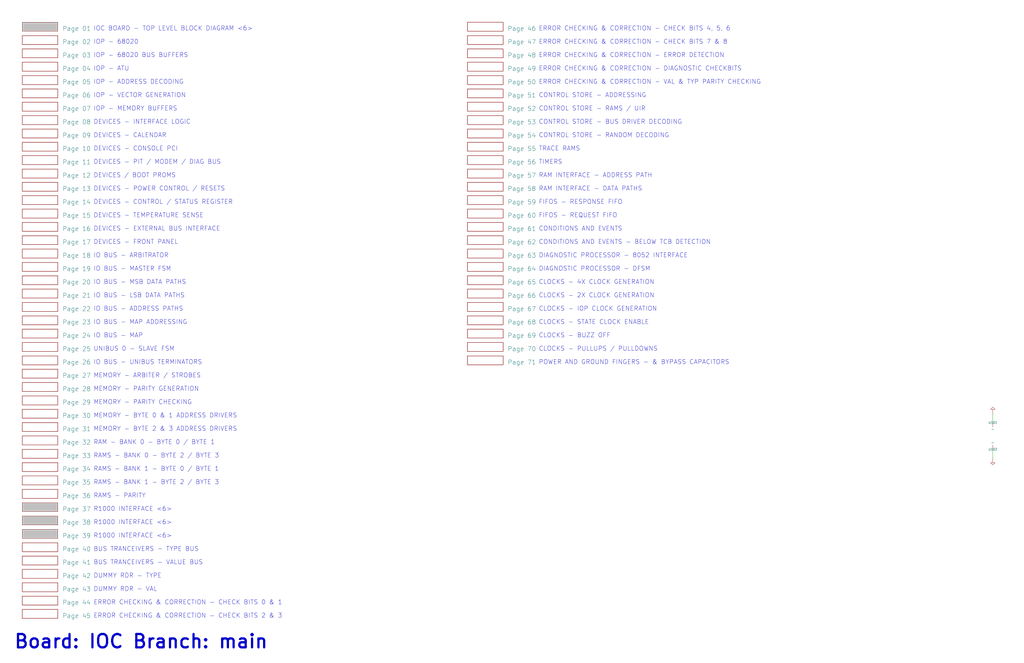
<source format=kicad_sch>
(kicad_sch (version 20220404) (generator eeschema)
  (paper "User" 584.2 378.46)
  (title_block (title "IOC Main"))
  (lib_symbols
    (symbol "r1000:PD" (power) (pin_numbers hide) (pin_names hide) (in_bom no)
      (symbol "PD_0_1"
        (polyline (pts (xy 0 -2.54) (xy 1.27 -2.54) (xy 0 -3.81) (xy -1.27 -2.54) (xy 0 -2.54)) (stroke (width 0.1524)))
      )
      (symbol "PD_1_1"
        (pin power_in line (at 0 0 270) (length 2.54) (name "PD") (number "1"))
      )
    )
    (symbol "r1000:PU" (power) (pin_numbers hide) (pin_names hide)
      (symbol "PU_0_1"
        (polyline (pts (xy 0 2.54) (xy -1.27 2.54) (xy 0 3.81) (xy 1.27 2.54) (xy 0 2.54)) (stroke (width 0.1524)))
      )
      (symbol "PU_1_1"
        (pin power_in line (at 0 0 90) (length 2.54) (name "PU") (number "1"))
      )
    )
    (symbol "r1000:Pull_Down" (pin_numbers hide) (pin_names hide)
      (property "Reference" "U" (at 0 0 0))
      (property "Value" "Pull_Down" (at 0 3.81 0))
      (symbol "Pull_Down_1_1"
        (pin power_out line (at 0 0 90) (length 2.54) (name "Out") (number "1"))
      )
    )
    (symbol "r1000:Pull_Up" (pin_numbers hide) (pin_names hide)
      (property "Reference" "U" (at 0 0 0))
      (property "Value" "Pull_Up" (at 0 -3.81 0))
      (symbol "Pull_Up_1_1"
        (pin power_out line (at 0 0 270) (length 2.54) (name "Out") (number "1"))
      )
    )
  )
  (wire (pts (xy 566.42 236.22) (xy 566.42 241.3)))
  (wire (pts (xy 566.42 256.54) (xy 566.42 261.62)))
  (text "DIAGNOSTIC PROCESSOR - DFSM" (at 307.34 154.94 0) (effects (font (size 2.54 2.54)) (justify left bottom)))
  (text "RAMS - PARITY" (at 53.34 284.48 0) (effects (font (size 2.54 2.54)) (justify left bottom)))
  (text "ERROR CHECKING & CORRECTION - DIAGNOSTIC CHECKBITS" (at 307.34 40.64 0) (effects (font (size 2.54 2.54)) (justify left bottom)))
  (text "DEVICES / BOOT PROMS" (at 53.34 101.6 0) (effects (font (size 2.54 2.54)) (justify left bottom)))
  (text "CONTROL STORE - RAMS / UIR" (at 307.34 63.5 0) (effects (font (size 2.54 2.54)) (justify left bottom)))
  (text "IOC BOARD - TOP LEVEL BLOCK DIAGRAM <6>" (at 53.34 17.78 0) (effects (font (size 2.54 2.54)) (justify left bottom)))
  (text "DEVICES - FRONT PANEL" (at 53.34 139.7 0) (effects (font (size 2.54 2.54)) (justify left bottom)))
  (text "IO BUS - MAP ADDRESSING" (at 53.34 185.42 0) (effects (font (size 2.54 2.54)) (justify left bottom)))
  (text "BUS TRANCEIVERS - VALUE BUS" (at 53.34 322.58 0) (effects (font (size 2.54 2.54)) (justify left bottom)))
  (text "DUMMY RDR - TYPE" (at 53.34 330.2 0) (effects (font (size 2.54 2.54)) (justify left bottom)))
  (text "IOP - 68020" (at 53.34 25.4 0) (effects (font (size 2.54 2.54)) (justify left bottom)))
  (text "ERROR CHECKING & CORRECTION - CHECK BITS 4, 5, 6" (at 307.34 17.78 0) (effects (font (size 2.54 2.54)) (justify left bottom)))
  (text "IO BUS - ARBITRATOR" (at 53.34 147.32 0) (effects (font (size 2.54 2.54)) (justify left bottom)))
  (text "IOP - ADDRESS DECODING" (at 53.34 48.26 0) (effects (font (size 2.54 2.54)) (justify left bottom)))
  (text "IO BUS - MAP" (at 53.34 193.04 0) (effects (font (size 2.54 2.54)) (justify left bottom)))
  (text "CLOCKS - IOP CLOCK GENERATION" (at 307.34 177.8 0) (effects (font (size 2.54 2.54)) (justify left bottom)))
  (text "IO BUS - MSB DATA PATHS" (at 53.34 162.56 0) (effects (font (size 2.54 2.54)) (justify left bottom)))
  (text "UNIBUS 0 - SLAVE FSM" (at 53.34 200.66 0) (effects (font (size 2.54 2.54)) (justify left bottom)))
  (text "IO BUS - LSB DATA PATHS" (at 53.34 170.18 0) (effects (font (size 2.54 2.54)) (justify left bottom)))
  (text "DEVICES - INTERFACE LOGIC" (at 53.34 71.12 0) (effects (font (size 2.54 2.54)) (justify left bottom)))
  (text "FIFOS - RESPONSE FIFO" (at 307.34 116.84 0) (effects (font (size 2.54 2.54)) (justify left bottom)))
  (text "CONDITIONS AND EVENTS" (at 307.34 132.08 0) (effects (font (size 2.54 2.54)) (justify left bottom)))
  (text "R1000 INTERFACE <6>" (at 53.34 292.1 0) (effects (font (size 2.54 2.54)) (justify left bottom)))
  (text "DEVICES - CONTROL / STATUS REGISTER" (at 53.34 116.84 0) (effects (font (size 2.54 2.54)) (justify left bottom)))
  (text "RAM INTERFACE - ADDRESS PATH" (at 307.34 101.6 0) (effects (font (size 2.54 2.54)) (justify left bottom)))
  (text "ERROR CHECKING & CORRECTION - CHECK BITS 2 & 3" (at 53.34 353.06 0) (effects (font (size 2.54 2.54)) (justify left bottom)))
  (text "ERROR CHECKING & CORRECTION - VAL & TYP PARITY CHECKING" (at 307.34 48.26 0) (effects (font (size 2.54 2.54)) (justify left bottom)))
  (text "IOP - 68020 BUS BUFFERS" (at 53.34 33.02 0) (effects (font (size 2.54 2.54)) (justify left bottom)))
  (text "RAMS - BANK 0 - BYTE 2 / BYTE 3" (at 53.34 261.62 0) (effects (font (size 2.54 2.54)) (justify left bottom)))
  (text "TRACE RAMS" (at 307.34 86.36 0) (effects (font (size 2.54 2.54)) (justify left bottom)))
  (text "R1000 INTERFACE <6>" (at 53.34 307.34 0) (effects (font (size 2.54 2.54)) (justify left bottom)))
  (text "TIMERS" (at 307.34 93.98 0) (effects (font (size 2.54 2.54)) (justify left bottom)))
  (text "RAM INTERFACE - DATA PATHS" (at 307.34 109.22 0) (effects (font (size 2.54 2.54)) (justify left bottom)))
  (text "ERROR CHECKING & CORRECTION - CHECK BITS 7 & 8" (at 307.34 25.4 0) (effects (font (size 2.54 2.54)) (justify left bottom)))
  (text "MEMORY - BYTE 2 & 3 ADDRESS DRIVERS" (at 53.34 246.38 0) (effects (font (size 2.54 2.54)) (justify left bottom)))
  (text "IO BUS - MASTER FSM" (at 53.34 154.94 0) (effects (font (size 2.54 2.54)) (justify left bottom)))
  (text "IOP - ATU" (at 53.34 40.64 0) (effects (font (size 2.54 2.54)) (justify left bottom)))
  (text "Board: IOC Branch: main" (at 7.62 370.84 0) (effects (font (size 7.62 7.62) (thickness 1.27) bold) (justify left bottom)))
  (text "R1000 INTERFACE <6>" (at 53.34 299.72 0) (effects (font (size 2.54 2.54)) (justify left bottom)))
  (text "IO BUS - ADDRESS PATHS" (at 53.34 177.8 0) (effects (font (size 2.54 2.54)) (justify left bottom)))
  (text "ERROR CHECKING & CORRECTION - ERROR DETECTION" (at 307.34 33.02 0) (effects (font (size 2.54 2.54)) (justify left bottom)))
  (text "DEVICES - PIT / MODEM / DIAG BUS" (at 53.34 93.98 0) (effects (font (size 2.54 2.54)) (justify left bottom)))
  (text "CONDITIONS AND EVENTS - BELOW TCB DETECTION" (at 307.34 139.7 0) (effects (font (size 2.54 2.54)) (justify left bottom)))
  (text "MEMORY - PARITY CHECKING" (at 53.34 231.14 0) (effects (font (size 2.54 2.54)) (justify left bottom)))
  (text "FIFOS - REQUEST FIFO" (at 307.34 124.46 0) (effects (font (size 2.54 2.54)) (justify left bottom)))
  (text "RAMS - BANK 1 - BYTE 2 / BYTE 3" (at 53.34 276.86 0) (effects (font (size 2.54 2.54)) (justify left bottom)))
  (text "CLOCKS - 4X CLOCK GENERATION" (at 307.34 162.56 0) (effects (font (size 2.54 2.54)) (justify left bottom)))
  (text "IOP - MEMORY BUFFERS" (at 53.34 63.5 0) (effects (font (size 2.54 2.54)) (justify left bottom)))
  (text "RAM - BANK 0 - BYTE 0 / BYTE 1" (at 53.34 254 0) (effects (font (size 2.54 2.54)) (justify left bottom)))
  (text "MEMORY - PARITY GENERATION" (at 53.34 223.52 0) (effects (font (size 2.54 2.54)) (justify left bottom)))
  (text "IOP - VECTOR GENERATION" (at 53.34 55.88 0) (effects (font (size 2.54 2.54)) (justify left bottom)))
  (text "MEMORY - BYTE 0 & 1 ADDRESS DRIVERS" (at 53.34 238.76 0) (effects (font (size 2.54 2.54)) (justify left bottom)))
  (text "CONTROL STORE - ADDRESSING" (at 307.34 55.88 0) (effects (font (size 2.54 2.54)) (justify left bottom)))
  (text "CONTROL STORE - BUS DRIVER DECODING" (at 307.34 71.12 0) (effects (font (size 2.54 2.54)) (justify left bottom)))
  (text "CONTROL STORE - RANDOM DECODING" (at 307.34 78.74 0) (effects (font (size 2.54 2.54)) (justify left bottom)))
  (text "DEVICES - CONSOLE PCI" (at 53.34 86.36 0) (effects (font (size 2.54 2.54)) (justify left bottom)))
  (text "RAMS - BANK 1 - BYTE 0 / BYTE 1" (at 53.34 269.24 0) (effects (font (size 2.54 2.54)) (justify left bottom)))
  (text "DEVICES - TEMPERATURE SENSE" (at 53.34 124.46 0) (effects (font (size 2.54 2.54)) (justify left bottom)))
  (text "MEMORY - ARBITER / STROBES" (at 53.34 215.9 0) (effects (font (size 2.54 2.54)) (justify left bottom)))
  (text "ERROR CHECKING & CORRECTION - CHECK BITS 0 & 1" (at 53.34 345.44 0) (effects (font (size 2.54 2.54)) (justify left bottom)))
  (text "DEVICES - POWER CONTROL / RESETS" (at 53.34 109.22 0) (effects (font (size 2.54 2.54)) (justify left bottom)))
  (text "DIAGNOSTIC PROCESSOR - 8052 INTERFACE" (at 307.34 147.32 0) (effects (font (size 2.54 2.54)) (justify left bottom)))
  (text "CLOCKS - PULLUPS / PULLDOWNS" (at 307.34 200.66 0) (effects (font (size 2.54 2.54)) (justify left bottom)))
  (text "CLOCKS - 2X CLOCK GENERATION" (at 307.34 170.18 0) (effects (font (size 2.54 2.54)) (justify left bottom)))
  (text "POWER AND GROUND FINGERS - & BYPASS CAPACITORS" (at 307.34 208.28 0) (effects (font (size 2.54 2.54)) (justify left bottom)))
  (text "BUS TRANCEIVERS - TYPE BUS" (at 53.34 314.96 0) (effects (font (size 2.54 2.54)) (justify left bottom)))
  (text "IO BUS - UNIBUS TERMINATORS" (at 53.34 208.28 0) (effects (font (size 2.54 2.54)) (justify left bottom)))
  (text "DUMMY RDR - VAL" (at 53.34 337.82 0) (effects (font (size 2.54 2.54)) (justify left bottom)))
  (text "CLOCKS - STATE CLOCK ENABLE" (at 307.34 185.42 0) (effects (font (size 2.54 2.54)) (justify left bottom)))
  (text "DEVICES - CALENDAR" (at 53.34 78.74 0) (effects (font (size 2.54 2.54)) (justify left bottom)))
  (text "CLOCKS - BUZZ OFF" (at 307.34 193.04 0) (effects (font (size 2.54 2.54)) (justify left bottom)))
  (text "DEVICES - EXTERNAL BUS INTERFACE" (at 53.34 132.08 0) (effects (font (size 2.54 2.54)) (justify left bottom)))
  (symbol (lib_id "r1000:Pull_Down") (at 566.42 256.54 0) (unit 1)
    (default_instance (reference "U") (unit 1) (value "") (footprint ""))
    (property "Reference" "U102" (at 566.42 256.54 0))
    (property "Value" "~" (at 566.42 252.73 0) (effects (font (size 2.54 2.54))))
  )
  (symbol (lib_id "r1000:PU") (at 566.42 236.22 0) (unit 1)
    (default_instance (reference "U") (unit 1) (value "") (footprint ""))
    (property "Reference" "#PWR0102" (effects hide))
  )
  (symbol (lib_id "r1000:Pull_Up") (at 566.42 241.3 0) (unit 1)
    (default_instance (reference "U") (unit 1) (value "") (footprint ""))
    (property "Reference" "U101" (at 566.42 241.3 0))
    (property "Value" "~" (at 566.42 245.11 0) (effects (font (size 2.54 2.54))))
  )
  (symbol (lib_id "r1000:PD") (at 566.42 261.62 0) (unit 1) (in_bom no)
    (default_instance (reference "U") (unit 1) (value "") (footprint ""))
    (property "Reference" "#PWR0101" (effects hide))
  )
  (sheet (at 266.7 27.94) (size 20.32 5.08)
    (property "Sheetname" "Page 48" (at 289.56 33.02 0) (effects (font (size 2.54 2.54)) (justify left bottom)))
    (property "Sheetfile" "pg_48.kicad_sch" (effects hide))
  )
  (sheet (at 12.7 127) (size 20.32 5.08)
    (property "Sheetname" "Page 16" (at 35.56 132.08 0) (effects (font (size 2.54 2.54)) (justify left bottom)))
    (property "Sheetfile" "pg_16.kicad_sch" (effects hide))
  )
  (sheet (at 266.7 104.14) (size 20.32 5.08)
    (property "Sheetname" "Page 58" (at 289.56 109.22 0) (effects (font (size 2.54 2.54)) (justify left bottom)))
    (property "Sheetfile" "pg_58.kicad_sch" (effects hide))
  )
  (sheet (at 266.7 180.34) (size 20.32 5.08)
    (property "Sheetname" "Page 68" (at 289.56 185.42 0) (effects (font (size 2.54 2.54)) (justify left bottom)))
    (property "Sheetfile" "pg_68.kicad_sch" (effects hide))
  )
  (sheet (at 266.7 203.2) (size 20.32 5.08)
    (property "Sheetname" "Page 71" (at 289.56 208.28 0) (effects (font (size 2.54 2.54)) (justify left bottom)))
    (property "Sheetfile" "pg_71.kicad_sch" (effects hide))
  )
  (sheet (at 266.7 12.7) (size 20.32 5.08)
    (property "Sheetname" "Page 46" (at 289.56 17.78 0) (effects (font (size 2.54 2.54)) (justify left bottom)))
    (property "Sheetfile" "pg_46.kicad_sch" (effects hide))
  )
  (sheet (at 12.7 35.56) (size 20.32 5.08)
    (property "Sheetname" "Page 04" (at 35.56 40.64 0) (effects (font (size 2.54 2.54)) (justify left bottom)))
    (property "Sheetfile" "pg_04.kicad_sch" (effects hide))
  )
  (sheet (at 12.7 43.18) (size 20.32 5.08)
    (property "Sheetname" "Page 05" (at 35.56 48.26 0) (effects (font (size 2.54 2.54)) (justify left bottom)))
    (property "Sheetfile" "pg_05.kicad_sch" (effects hide))
  )
  (sheet (at 12.7 302.26) (size 20.32 5.08) (fill (color 192 192 192 1.0000))
    (property "Sheetname" "Page 39" (at 35.56 307.34 0) (effects (font (size 2.54 2.54)) (justify left bottom)))
    (property "Sheetfile" "pg_39.kicad_sch" (effects hide))
  )
  (sheet (at 266.7 66.04) (size 20.32 5.08)
    (property "Sheetname" "Page 53" (at 289.56 71.12 0) (effects (font (size 2.54 2.54)) (justify left bottom)))
    (property "Sheetfile" "pg_53.kicad_sch" (effects hide))
  )
  (sheet (at 12.7 12.7) (size 20.32 5.08) (fill (color 192 192 192 1.0000))
    (property "Sheetname" "Page 01" (at 35.56 17.78 0) (effects (font (size 2.54 2.54)) (justify left bottom)))
    (property "Sheetfile" "pg_01.kicad_sch" (effects hide))
  )
  (sheet (at 266.7 172.72) (size 20.32 5.08)
    (property "Sheetname" "Page 67" (at 289.56 177.8 0) (effects (font (size 2.54 2.54)) (justify left bottom)))
    (property "Sheetfile" "pg_67.kicad_sch" (effects hide))
  )
  (sheet (at 12.7 187.96) (size 20.32 5.08)
    (property "Sheetname" "Page 24" (at 35.56 193.04 0) (effects (font (size 2.54 2.54)) (justify left bottom)))
    (property "Sheetfile" "pg_24.kicad_sch" (effects hide))
  )
  (sheet (at 12.7 256.54) (size 20.32 5.08)
    (property "Sheetname" "Page 33" (at 35.56 261.62 0) (effects (font (size 2.54 2.54)) (justify left bottom)))
    (property "Sheetfile" "pg_33.kicad_sch" (effects hide))
  )
  (sheet (at 12.7 172.72) (size 20.32 5.08)
    (property "Sheetname" "Page 22" (at 35.56 177.8 0) (effects (font (size 2.54 2.54)) (justify left bottom)))
    (property "Sheetfile" "pg_22.kicad_sch" (effects hide))
  )
  (sheet (at 266.7 73.66) (size 20.32 5.08)
    (property "Sheetname" "Page 54" (at 289.56 78.74 0) (effects (font (size 2.54 2.54)) (justify left bottom)))
    (property "Sheetfile" "pg_54.kicad_sch" (effects hide))
  )
  (sheet (at 12.7 264.16) (size 20.32 5.08)
    (property "Sheetname" "Page 34" (at 35.56 269.24 0) (effects (font (size 2.54 2.54)) (justify left bottom)))
    (property "Sheetfile" "pg_34.kicad_sch" (effects hide))
  )
  (sheet (at 12.7 180.34) (size 20.32 5.08)
    (property "Sheetname" "Page 23" (at 35.56 185.42 0) (effects (font (size 2.54 2.54)) (justify left bottom)))
    (property "Sheetfile" "pg_23.kicad_sch" (effects hide))
  )
  (sheet (at 12.7 96.52) (size 20.32 5.08)
    (property "Sheetname" "Page 12" (at 35.56 101.6 0) (effects (font (size 2.54 2.54)) (justify left bottom)))
    (property "Sheetfile" "pg_12.kicad_sch" (effects hide))
  )
  (sheet (at 12.7 134.62) (size 20.32 5.08)
    (property "Sheetname" "Page 17" (at 35.56 139.7 0) (effects (font (size 2.54 2.54)) (justify left bottom)))
    (property "Sheetfile" "pg_17.kicad_sch" (effects hide))
  )
  (sheet (at 12.7 317.5) (size 20.32 5.08)
    (property "Sheetname" "Page 41" (at 35.56 322.58 0) (effects (font (size 2.54 2.54)) (justify left bottom)))
    (property "Sheetfile" "pg_41.kicad_sch" (effects hide))
  )
  (sheet (at 12.7 195.58) (size 20.32 5.08)
    (property "Sheetname" "Page 25" (at 35.56 200.66 0) (effects (font (size 2.54 2.54)) (justify left bottom)))
    (property "Sheetfile" "pg_25.kicad_sch" (effects hide))
  )
  (sheet (at 12.7 210.82) (size 20.32 5.08)
    (property "Sheetname" "Page 27" (at 35.56 215.9 0) (effects (font (size 2.54 2.54)) (justify left bottom)))
    (property "Sheetfile" "pg_27.kicad_sch" (effects hide))
  )
  (sheet (at 266.7 149.86) (size 20.32 5.08)
    (property "Sheetname" "Page 64" (at 289.56 154.94 0) (effects (font (size 2.54 2.54)) (justify left bottom)))
    (property "Sheetfile" "pg_64.kicad_sch" (effects hide))
  )
  (sheet (at 266.7 88.9) (size 20.32 5.08)
    (property "Sheetname" "Page 56" (at 289.56 93.98 0) (effects (font (size 2.54 2.54)) (justify left bottom)))
    (property "Sheetfile" "pg_56.kicad_sch" (effects hide))
  )
  (sheet (at 266.7 165.1) (size 20.32 5.08)
    (property "Sheetname" "Page 66" (at 289.56 170.18 0) (effects (font (size 2.54 2.54)) (justify left bottom)))
    (property "Sheetfile" "pg_66.kicad_sch" (effects hide))
  )
  (sheet (at 12.7 111.76) (size 20.32 5.08)
    (property "Sheetname" "Page 14" (at 35.56 116.84 0) (effects (font (size 2.54 2.54)) (justify left bottom)))
    (property "Sheetfile" "pg_14.kicad_sch" (effects hide))
  )
  (sheet (at 266.7 50.8) (size 20.32 5.08)
    (property "Sheetname" "Page 51" (at 289.56 55.88 0) (effects (font (size 2.54 2.54)) (justify left bottom)))
    (property "Sheetfile" "pg_51.kicad_sch" (effects hide))
  )
  (sheet (at 266.7 35.56) (size 20.32 5.08)
    (property "Sheetname" "Page 49" (at 289.56 40.64 0) (effects (font (size 2.54 2.54)) (justify left bottom)))
    (property "Sheetfile" "pg_49.kicad_sch" (effects hide))
  )
  (sheet (at 266.7 119.38) (size 20.32 5.08)
    (property "Sheetname" "Page 60" (at 289.56 124.46 0) (effects (font (size 2.54 2.54)) (justify left bottom)))
    (property "Sheetfile" "pg_60.kicad_sch" (effects hide))
  )
  (sheet (at 12.7 27.94) (size 20.32 5.08)
    (property "Sheetname" "Page 03" (at 35.56 33.02 0) (effects (font (size 2.54 2.54)) (justify left bottom)))
    (property "Sheetfile" "pg_03.kicad_sch" (effects hide))
  )
  (sheet (at 12.7 233.68) (size 20.32 5.08)
    (property "Sheetname" "Page 30" (at 35.56 238.76 0) (effects (font (size 2.54 2.54)) (justify left bottom)))
    (property "Sheetfile" "pg_30.kicad_sch" (effects hide))
  )
  (sheet (at 266.7 195.58) (size 20.32 5.08)
    (property "Sheetname" "Page 70" (at 289.56 200.66 0) (effects (font (size 2.54 2.54)) (justify left bottom)))
    (property "Sheetfile" "pg_70.kicad_sch" (effects hide))
  )
  (sheet (at 266.7 58.42) (size 20.32 5.08)
    (property "Sheetname" "Page 52" (at 289.56 63.5 0) (effects (font (size 2.54 2.54)) (justify left bottom)))
    (property "Sheetfile" "pg_52.kicad_sch" (effects hide))
  )
  (sheet (at 266.7 81.28) (size 20.32 5.08)
    (property "Sheetname" "Page 55" (at 289.56 86.36 0) (effects (font (size 2.54 2.54)) (justify left bottom)))
    (property "Sheetfile" "pg_55.kicad_sch" (effects hide))
  )
  (sheet (at 12.7 73.66) (size 20.32 5.08)
    (property "Sheetname" "Page 09" (at 35.56 78.74 0) (effects (font (size 2.54 2.54)) (justify left bottom)))
    (property "Sheetfile" "pg_09.kicad_sch" (effects hide))
  )
  (sheet (at 12.7 142.24) (size 20.32 5.08)
    (property "Sheetname" "Page 18" (at 35.56 147.32 0) (effects (font (size 2.54 2.54)) (justify left bottom)))
    (property "Sheetfile" "pg_18.kicad_sch" (effects hide))
  )
  (sheet (at 12.7 241.3) (size 20.32 5.08)
    (property "Sheetname" "Page 31" (at 35.56 246.38 0) (effects (font (size 2.54 2.54)) (justify left bottom)))
    (property "Sheetfile" "pg_31.kicad_sch" (effects hide))
  )
  (sheet (at 12.7 203.2) (size 20.32 5.08)
    (property "Sheetname" "Page 26" (at 35.56 208.28 0) (effects (font (size 2.54 2.54)) (justify left bottom)))
    (property "Sheetfile" "pg_26.kicad_sch" (effects hide))
  )
  (sheet (at 266.7 134.62) (size 20.32 5.08)
    (property "Sheetname" "Page 62" (at 289.56 139.7 0) (effects (font (size 2.54 2.54)) (justify left bottom)))
    (property "Sheetfile" "pg_62.kicad_sch" (effects hide))
  )
  (sheet (at 12.7 149.86) (size 20.32 5.08)
    (property "Sheetname" "Page 19" (at 35.56 154.94 0) (effects (font (size 2.54 2.54)) (justify left bottom)))
    (property "Sheetfile" "pg_19.kicad_sch" (effects hide))
  )
  (sheet (at 12.7 104.14) (size 20.32 5.08)
    (property "Sheetname" "Page 13" (at 35.56 109.22 0) (effects (font (size 2.54 2.54)) (justify left bottom)))
    (property "Sheetfile" "pg_13.kicad_sch" (effects hide))
  )
  (sheet (at 266.7 127) (size 20.32 5.08)
    (property "Sheetname" "Page 61" (at 289.56 132.08 0) (effects (font (size 2.54 2.54)) (justify left bottom)))
    (property "Sheetfile" "pg_61.kicad_sch" (effects hide))
  )
  (sheet (at 12.7 271.78) (size 20.32 5.08)
    (property "Sheetname" "Page 35" (at 35.56 276.86 0) (effects (font (size 2.54 2.54)) (justify left bottom)))
    (property "Sheetfile" "pg_35.kicad_sch" (effects hide))
  )
  (sheet (at 266.7 96.52) (size 20.32 5.08)
    (property "Sheetname" "Page 57" (at 289.56 101.6 0) (effects (font (size 2.54 2.54)) (justify left bottom)))
    (property "Sheetfile" "pg_57.kicad_sch" (effects hide))
  )
  (sheet (at 12.7 165.1) (size 20.32 5.08)
    (property "Sheetname" "Page 21" (at 35.56 170.18 0) (effects (font (size 2.54 2.54)) (justify left bottom)))
    (property "Sheetfile" "pg_21.kicad_sch" (effects hide))
  )
  (sheet (at 266.7 142.24) (size 20.32 5.08)
    (property "Sheetname" "Page 63" (at 289.56 147.32 0) (effects (font (size 2.54 2.54)) (justify left bottom)))
    (property "Sheetfile" "pg_63.kicad_sch" (effects hide))
  )
  (sheet (at 12.7 294.64) (size 20.32 5.08) (fill (color 192 192 192 1.0000))
    (property "Sheetname" "Page 38" (at 35.56 299.72 0) (effects (font (size 2.54 2.54)) (justify left bottom)))
    (property "Sheetfile" "pg_38.kicad_sch" (effects hide))
  )
  (sheet (at 12.7 309.88) (size 20.32 5.08)
    (property "Sheetname" "Page 40" (at 35.56 314.96 0) (effects (font (size 2.54 2.54)) (justify left bottom)))
    (property "Sheetfile" "pg_40.kicad_sch" (effects hide))
  )
  (sheet (at 12.7 248.92) (size 20.32 5.08)
    (property "Sheetname" "Page 32" (at 35.56 254 0) (effects (font (size 2.54 2.54)) (justify left bottom)))
    (property "Sheetfile" "pg_32.kicad_sch" (effects hide))
  )
  (sheet (at 12.7 226.06) (size 20.32 5.08)
    (property "Sheetname" "Page 29" (at 35.56 231.14 0) (effects (font (size 2.54 2.54)) (justify left bottom)))
    (property "Sheetfile" "pg_29.kicad_sch" (effects hide))
  )
  (sheet (at 266.7 157.48) (size 20.32 5.08)
    (property "Sheetname" "Page 65" (at 289.56 162.56 0) (effects (font (size 2.54 2.54)) (justify left bottom)))
    (property "Sheetfile" "pg_65.kicad_sch" (effects hide))
  )
  (sheet (at 12.7 81.28) (size 20.32 5.08)
    (property "Sheetname" "Page 10" (at 35.56 86.36 0) (effects (font (size 2.54 2.54)) (justify left bottom)))
    (property "Sheetfile" "pg_10.kicad_sch" (effects hide))
  )
  (sheet (at 12.7 347.98) (size 20.32 5.08)
    (property "Sheetname" "Page 45" (at 35.56 353.06 0) (effects (font (size 2.54 2.54)) (justify left bottom)))
    (property "Sheetfile" "pg_45.kicad_sch" (effects hide))
  )
  (sheet (at 12.7 119.38) (size 20.32 5.08)
    (property "Sheetname" "Page 15" (at 35.56 124.46 0) (effects (font (size 2.54 2.54)) (justify left bottom)))
    (property "Sheetfile" "pg_15.kicad_sch" (effects hide))
  )
  (sheet (at 266.7 111.76) (size 20.32 5.08)
    (property "Sheetname" "Page 59" (at 289.56 116.84 0) (effects (font (size 2.54 2.54)) (justify left bottom)))
    (property "Sheetfile" "pg_59.kicad_sch" (effects hide))
  )
  (sheet (at 266.7 20.32) (size 20.32 5.08)
    (property "Sheetname" "Page 47" (at 289.56 25.4 0) (effects (font (size 2.54 2.54)) (justify left bottom)))
    (property "Sheetfile" "pg_47.kicad_sch" (effects hide))
  )
  (sheet (at 12.7 279.4) (size 20.32 5.08)
    (property "Sheetname" "Page 36" (at 35.56 284.48 0) (effects (font (size 2.54 2.54)) (justify left bottom)))
    (property "Sheetfile" "pg_36.kicad_sch" (effects hide))
  )
  (sheet (at 266.7 187.96) (size 20.32 5.08)
    (property "Sheetname" "Page 69" (at 289.56 193.04 0) (effects (font (size 2.54 2.54)) (justify left bottom)))
    (property "Sheetfile" "pg_69.kicad_sch" (effects hide))
  )
  (sheet (at 12.7 88.9) (size 20.32 5.08)
    (property "Sheetname" "Page 11" (at 35.56 93.98 0) (effects (font (size 2.54 2.54)) (justify left bottom)))
    (property "Sheetfile" "pg_11.kicad_sch" (effects hide))
  )
  (sheet (at 12.7 157.48) (size 20.32 5.08)
    (property "Sheetname" "Page 20" (at 35.56 162.56 0) (effects (font (size 2.54 2.54)) (justify left bottom)))
    (property "Sheetfile" "pg_20.kicad_sch" (effects hide))
  )
  (sheet (at 12.7 50.8) (size 20.32 5.08)
    (property "Sheetname" "Page 06" (at 35.56 55.88 0) (effects (font (size 2.54 2.54)) (justify left bottom)))
    (property "Sheetfile" "pg_06.kicad_sch" (effects hide))
  )
  (sheet (at 12.7 332.74) (size 20.32 5.08)
    (property "Sheetname" "Page 43" (at 35.56 337.82 0) (effects (font (size 2.54 2.54)) (justify left bottom)))
    (property "Sheetfile" "pg_43.kicad_sch" (effects hide))
  )
  (sheet (at 12.7 287.02) (size 20.32 5.08) (fill (color 192 192 192 1.0000))
    (property "Sheetname" "Page 37" (at 35.56 292.1 0) (effects (font (size 2.54 2.54)) (justify left bottom)))
    (property "Sheetfile" "pg_37.kicad_sch" (effects hide))
  )
  (sheet (at 12.7 325.12) (size 20.32 5.08)
    (property "Sheetname" "Page 42" (at 35.56 330.2 0) (effects (font (size 2.54 2.54)) (justify left bottom)))
    (property "Sheetfile" "pg_42.kicad_sch" (effects hide))
  )
  (sheet (at 12.7 58.42) (size 20.32 5.08)
    (property "Sheetname" "Page 07" (at 35.56 63.5 0) (effects (font (size 2.54 2.54)) (justify left bottom)))
    (property "Sheetfile" "pg_07.kicad_sch" (effects hide))
  )
  (sheet (at 12.7 20.32) (size 20.32 5.08)
    (property "Sheetname" "Page 02" (at 35.56 25.4 0) (effects (font (size 2.54 2.54)) (justify left bottom)))
    (property "Sheetfile" "pg_02.kicad_sch" (effects hide))
  )
  (sheet (at 12.7 66.04) (size 20.32 5.08)
    (property "Sheetname" "Page 08" (at 35.56 71.12 0) (effects (font (size 2.54 2.54)) (justify left bottom)))
    (property "Sheetfile" "pg_08.kicad_sch" (effects hide))
  )
  (sheet (at 266.7 43.18) (size 20.32 5.08)
    (property "Sheetname" "Page 50" (at 289.56 48.26 0) (effects (font (size 2.54 2.54)) (justify left bottom)))
    (property "Sheetfile" "pg_50.kicad_sch" (effects hide))
  )
  (sheet (at 12.7 340.36) (size 20.32 5.08)
    (property "Sheetname" "Page 44" (at 35.56 345.44 0) (effects (font (size 2.54 2.54)) (justify left bottom)))
    (property "Sheetfile" "pg_44.kicad_sch" (effects hide))
  )
  (sheet (at 12.7 218.44) (size 20.32 5.08)
    (property "Sheetname" "Page 28" (at 35.56 223.52 0) (effects (font (size 2.54 2.54)) (justify left bottom)))
    (property "Sheetfile" "pg_28.kicad_sch" (effects hide))
  )
)
</source>
